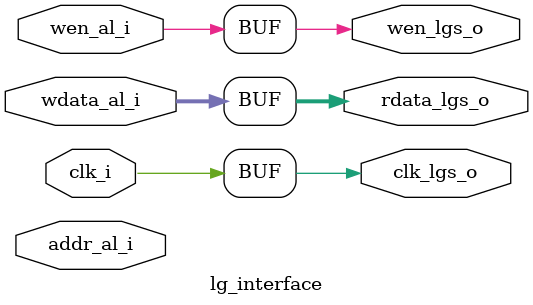
<source format=v>
module lg_interface(
    input clk_i,
    input[31:0] addr_al_i,
    input wen_al_i,
    input[31:0] wdata_al_i,

    output clk_lgs_o,
    output [31:0] rdata_lgs_o,
    output wire wen_lgs_o

);

assign clk_lgs_o = clk_i;
assign wen_lgs_o = wen_al_i;
assign rdata_lgs_o = wdata_al_i;




endmodule
</source>
